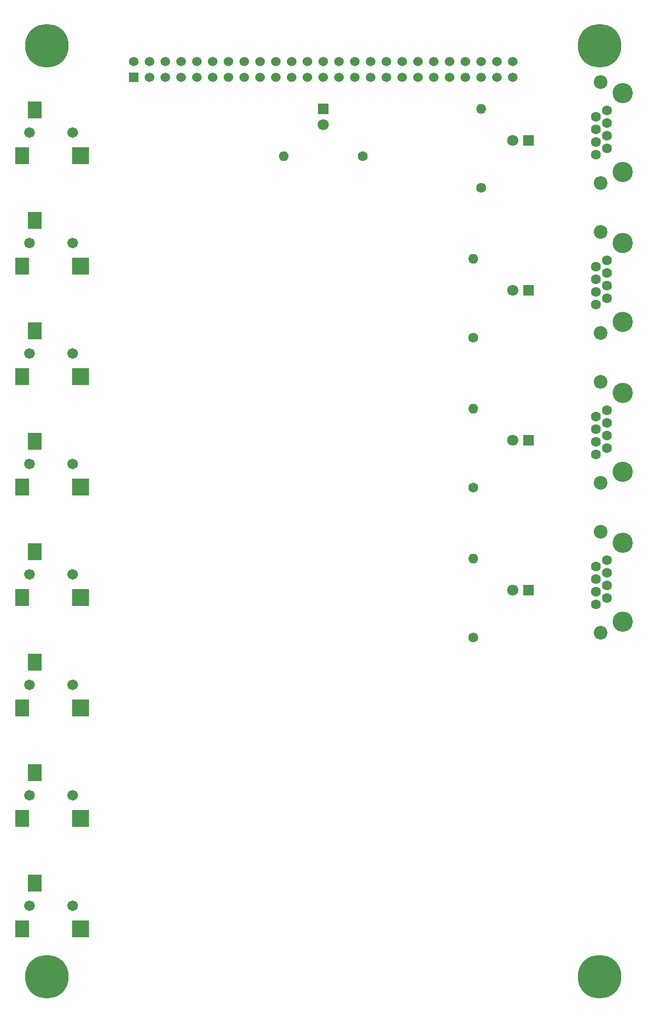
<source format=gts>
G04 #@! TF.FileFunction,Soldermask,Top*
%FSLAX46Y46*%
G04 Gerber Fmt 4.6, Leading zero omitted, Abs format (unit mm)*
G04 Created by KiCad (PCBNEW 4.0.7) date 06/12/18 17:03:06*
%MOMM*%
%LPD*%
G01*
G04 APERTURE LIST*
%ADD10C,0.150000*%
%ADD11C,2.200000*%
%ADD12C,3.250000*%
%ADD13C,1.600000*%
%ADD14R,1.524000X1.524000*%
%ADD15C,1.524000*%
%ADD16C,7.000000*%
%ADD17R,2.209800X2.794000*%
%ADD18R,2.794000X2.794000*%
%ADD19C,1.701800*%
%ADD20R,1.800000X1.800000*%
%ADD21C,1.800000*%
%ADD22O,1.600000X1.600000*%
G04 APERTURE END LIST*
D10*
D11*
X120780000Y-126240000D03*
X120780000Y-109980000D03*
D12*
X124340000Y-124460000D03*
X124340000Y-111760000D03*
D13*
X121800000Y-118610000D03*
X121800000Y-116580000D03*
X120020000Y-119640000D03*
X120020000Y-117610000D03*
X120020000Y-121670000D03*
X121800000Y-120640000D03*
X120020000Y-115580000D03*
X121800000Y-114550000D03*
D11*
X120780000Y-102110000D03*
X120780000Y-85850000D03*
D12*
X124340000Y-100330000D03*
X124340000Y-87630000D03*
D13*
X121800000Y-94480000D03*
X121800000Y-92450000D03*
X120020000Y-95510000D03*
X120020000Y-93480000D03*
X120020000Y-97540000D03*
X121800000Y-96510000D03*
X120020000Y-91450000D03*
X121800000Y-90420000D03*
D11*
X120780000Y-77980000D03*
X120780000Y-61720000D03*
D12*
X124340000Y-76200000D03*
X124340000Y-63500000D03*
D13*
X121800000Y-70350000D03*
X121800000Y-68320000D03*
X120020000Y-71380000D03*
X120020000Y-69350000D03*
X120020000Y-73410000D03*
X121800000Y-72380000D03*
X120020000Y-67320000D03*
X121800000Y-66290000D03*
D11*
X120780000Y-53850000D03*
X120780000Y-37590000D03*
D12*
X124340000Y-52070000D03*
X124340000Y-39370000D03*
D13*
X121800000Y-46220000D03*
X121800000Y-44190000D03*
X120020000Y-47250000D03*
X120020000Y-45220000D03*
X120020000Y-49280000D03*
X121800000Y-48250000D03*
X120020000Y-43190000D03*
X121800000Y-42160000D03*
D14*
X45720000Y-36830000D03*
D15*
X45720000Y-34290000D03*
X48260000Y-36830000D03*
X48260000Y-34290000D03*
X50800000Y-36830000D03*
X50800000Y-34290000D03*
X53340000Y-36830000D03*
X53340000Y-34290000D03*
X55880000Y-36830000D03*
X55880000Y-34290000D03*
X58420000Y-36830000D03*
X58420000Y-34290000D03*
X60960000Y-36830000D03*
X60960000Y-34290000D03*
X63500000Y-36830000D03*
X63500000Y-34290000D03*
X66040000Y-36830000D03*
X66040000Y-34290000D03*
X68580000Y-36830000D03*
X68580000Y-34290000D03*
X71120000Y-36830000D03*
X71120000Y-34290000D03*
X73660000Y-36830000D03*
X73660000Y-34290000D03*
X76200000Y-36830000D03*
X76200000Y-34290000D03*
X78740000Y-36830000D03*
X78740000Y-34290000D03*
X81280000Y-36830000D03*
X81280000Y-34290000D03*
X83820000Y-36830000D03*
X83820000Y-34290000D03*
X86360000Y-36830000D03*
X86360000Y-34290000D03*
X88900000Y-36830000D03*
X88900000Y-34290000D03*
X91440000Y-36830000D03*
X91440000Y-34290000D03*
X93980000Y-36830000D03*
X93980000Y-34290000D03*
X96520000Y-36830000D03*
X96520000Y-34290000D03*
X99060000Y-36830000D03*
X99060000Y-34290000D03*
X101600000Y-36830000D03*
X101600000Y-34290000D03*
X104140000Y-36830000D03*
X104140000Y-34290000D03*
X106680000Y-36830000D03*
X106680000Y-34290000D03*
D16*
X120650000Y-181610000D03*
X31750000Y-181610000D03*
X120650000Y-31750000D03*
X31750000Y-31750000D03*
D17*
X29794200Y-166471600D03*
D18*
X37185600Y-173888400D03*
D17*
X27787600Y-173888400D03*
D19*
X35915600Y-170180000D03*
X28905200Y-170180000D03*
D17*
X29794200Y-148691600D03*
D18*
X37185600Y-156108400D03*
D17*
X27787600Y-156108400D03*
D19*
X35915600Y-152400000D03*
X28905200Y-152400000D03*
D17*
X29794200Y-130911600D03*
D18*
X37185600Y-138328400D03*
D17*
X27787600Y-138328400D03*
D19*
X35915600Y-134620000D03*
X28905200Y-134620000D03*
D17*
X29794200Y-113131600D03*
D18*
X37185600Y-120548400D03*
D17*
X27787600Y-120548400D03*
D19*
X35915600Y-116840000D03*
X28905200Y-116840000D03*
D17*
X29794200Y-95351600D03*
D18*
X37185600Y-102768400D03*
D17*
X27787600Y-102768400D03*
D19*
X35915600Y-99060000D03*
X28905200Y-99060000D03*
D17*
X29794200Y-77571600D03*
D18*
X37185600Y-84988400D03*
D17*
X27787600Y-84988400D03*
D19*
X35915600Y-81280000D03*
X28905200Y-81280000D03*
D17*
X29794200Y-59791600D03*
D18*
X37185600Y-67208400D03*
D17*
X27787600Y-67208400D03*
D19*
X35915600Y-63500000D03*
X28905200Y-63500000D03*
D17*
X29794200Y-42011600D03*
D18*
X37185600Y-49428400D03*
D17*
X27787600Y-49428400D03*
D19*
X35915600Y-45720000D03*
X28905200Y-45720000D03*
D20*
X109220000Y-46990000D03*
D21*
X106680000Y-46990000D03*
D20*
X109220000Y-95250000D03*
D21*
X106680000Y-95250000D03*
D20*
X76200000Y-41910000D03*
D21*
X76200000Y-44450000D03*
D20*
X109220000Y-71120000D03*
D21*
X106680000Y-71120000D03*
D20*
X109220000Y-119380000D03*
D21*
X106680000Y-119380000D03*
D13*
X101600000Y-54610000D03*
D22*
X101600000Y-41910000D03*
D13*
X100330000Y-102870000D03*
D22*
X100330000Y-90170000D03*
D13*
X100330000Y-78740000D03*
D22*
X100330000Y-66040000D03*
D13*
X100330000Y-127000000D03*
D22*
X100330000Y-114300000D03*
D13*
X82550000Y-49530000D03*
D22*
X69850000Y-49530000D03*
M02*

</source>
